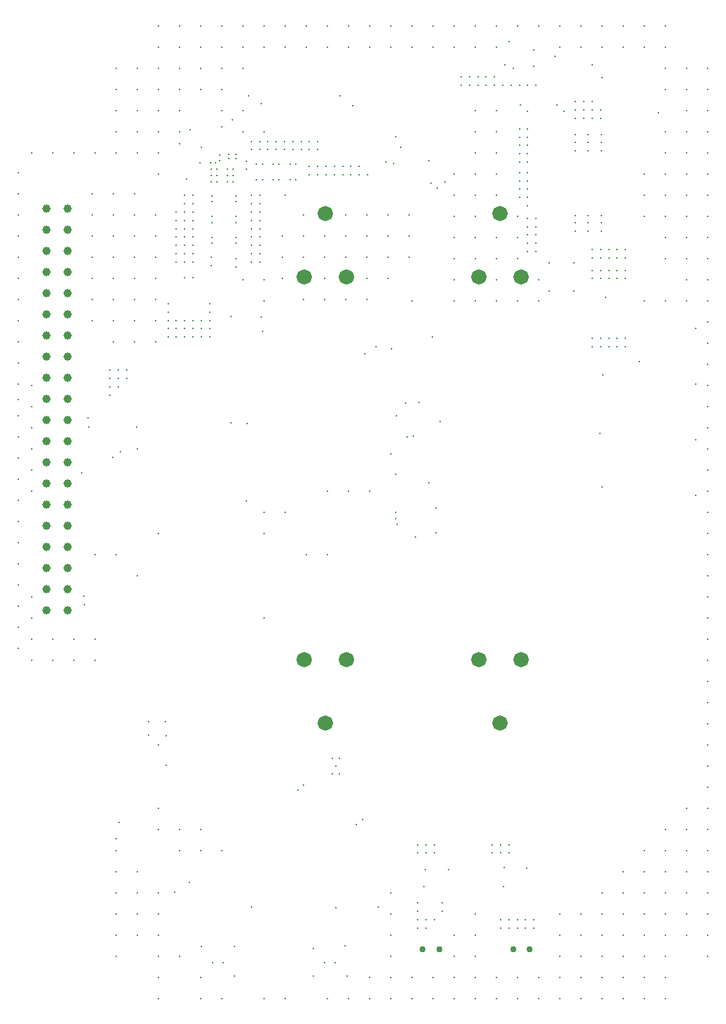
<source format=gbr>
%TF.GenerationSoftware,KiCad,Pcbnew,9.0.5*%
%TF.CreationDate,2025-11-24T08:34:28-05:00*%
%TF.ProjectId,devboard,64657662-6f61-4726-942e-6b696361645f,rev?*%
%TF.SameCoordinates,Original*%
%TF.FileFunction,Plated,1,4,PTH,Drill*%
%TF.FilePolarity,Positive*%
%FSLAX46Y46*%
G04 Gerber Fmt 4.6, Leading zero omitted, Abs format (unit mm)*
G04 Created by KiCad (PCBNEW 9.0.5) date 2025-11-24 08:34:28*
%MOMM*%
%LPD*%
G01*
G04 APERTURE LIST*
%TA.AperFunction,ViaDrill*%
%ADD10C,0.150000*%
%TD*%
%TA.AperFunction,ViaDrill*%
%ADD11C,0.200000*%
%TD*%
%TA.AperFunction,ComponentDrill*%
%ADD12C,0.200000*%
%TD*%
%TA.AperFunction,ViaDrill*%
%ADD13C,0.300000*%
%TD*%
%TA.AperFunction,ComponentDrill*%
%ADD14C,0.750000*%
%TD*%
%TA.AperFunction,ComponentDrill*%
%ADD15C,1.000000*%
%TD*%
%TA.AperFunction,ComponentDrill*%
%ADD16C,1.828800*%
%TD*%
G04 APERTURE END LIST*
D10*
X149267887Y-56775834D03*
X149267887Y-57425834D03*
X150042887Y-56125834D03*
X150042887Y-56775834D03*
X150042887Y-57425834D03*
X150717887Y-56125834D03*
X150728145Y-56834244D03*
X151117887Y-56125834D03*
X151317887Y-57375834D03*
X151992887Y-56775834D03*
X151992887Y-57425834D03*
X152667887Y-56775834D03*
X152667887Y-57425834D03*
X175717887Y-41625834D03*
X175717887Y-42910834D03*
X175717887Y-44125834D03*
X177117887Y-41625834D03*
X177117887Y-42925834D03*
X177117887Y-44125834D03*
D11*
X117267887Y-90525834D03*
X117467887Y-105375834D03*
X117592887Y-106350834D03*
X118042887Y-83975834D03*
X118061300Y-85082421D03*
X118537887Y-57005834D03*
X118537887Y-59545834D03*
X118537887Y-62085834D03*
X118537887Y-64625834D03*
X118537887Y-67165834D03*
X118537887Y-69705834D03*
X118537887Y-72245834D03*
X120617887Y-78225834D03*
X120617887Y-79225834D03*
X120617887Y-80225834D03*
X120617887Y-81225834D03*
X120967887Y-88725834D03*
X121077887Y-57005834D03*
X121077887Y-59545834D03*
X121077887Y-62085834D03*
X121077887Y-64625834D03*
X121077887Y-67165834D03*
X121077887Y-69705834D03*
X121077887Y-72245834D03*
X121077887Y-74785834D03*
X121417887Y-134475834D03*
X121617887Y-78225834D03*
X121617887Y-79225834D03*
X121617887Y-80225834D03*
X121742887Y-132575834D03*
X121867887Y-87975834D03*
X122617887Y-78225834D03*
X122617887Y-79225834D03*
X123617887Y-57005834D03*
X123617887Y-59545834D03*
X123617887Y-62085834D03*
X123617887Y-64625834D03*
X123617887Y-67165834D03*
X123617887Y-69705834D03*
X123617887Y-72245834D03*
X123617887Y-74785834D03*
X123817887Y-85050834D03*
X125317887Y-120400834D03*
X125317887Y-122075834D03*
X126157887Y-59545834D03*
X126157887Y-62085834D03*
X126157887Y-64625834D03*
X126157887Y-67165834D03*
X126157887Y-69705834D03*
X126157887Y-72245834D03*
X126157887Y-74785834D03*
X127317887Y-120400834D03*
X127367887Y-122125834D03*
X127367887Y-125725834D03*
X127617887Y-70225834D03*
X127617887Y-71225834D03*
X127617887Y-72225834D03*
X127617887Y-73225834D03*
X127617887Y-74225834D03*
X128417887Y-140925834D03*
X128617887Y-59225834D03*
X128617887Y-60225834D03*
X128617887Y-61225834D03*
X128617887Y-62225834D03*
X128617887Y-63225834D03*
X128617887Y-64225834D03*
X128617887Y-65225834D03*
X128617887Y-72225834D03*
X128617887Y-73225834D03*
X128617887Y-74225834D03*
X128992887Y-51025834D03*
X129617887Y-57225834D03*
X129617887Y-58225834D03*
X129617887Y-59225834D03*
X129617887Y-60225834D03*
X129617887Y-61225834D03*
X129617887Y-62225834D03*
X129617887Y-63225834D03*
X129617887Y-64225834D03*
X129617887Y-65225834D03*
X129617887Y-67075834D03*
X129617887Y-72225834D03*
X129617887Y-73225834D03*
X129617887Y-74225834D03*
X129842887Y-55275834D03*
X130242887Y-49325834D03*
X130617887Y-57225834D03*
X130617887Y-58225834D03*
X130617887Y-59225834D03*
X130617887Y-60225834D03*
X130617887Y-61225834D03*
X130617887Y-62225834D03*
X130617887Y-63225834D03*
X130617887Y-64225834D03*
X130617887Y-65225834D03*
X130617887Y-67075834D03*
X130617887Y-72225834D03*
X130617887Y-73225834D03*
X130617887Y-74225834D03*
X131467887Y-53275834D03*
X131617887Y-51475834D03*
X131617887Y-72225834D03*
X131617887Y-73225834D03*
X131617887Y-74225834D03*
X131617887Y-147475834D03*
X132617887Y-70225834D03*
X132617887Y-71225834D03*
X132617887Y-72225834D03*
X132617887Y-73225834D03*
X132617887Y-74225834D03*
X132717887Y-53275834D03*
X132817887Y-64675834D03*
X132825139Y-65625834D03*
X132867887Y-57275834D03*
X132867887Y-57975834D03*
X132867887Y-59775834D03*
X132867887Y-60475834D03*
X132867887Y-62275834D03*
X132867887Y-62975834D03*
X132992887Y-149375834D03*
X133317887Y-53275834D03*
X133867887Y-52375834D03*
X133867887Y-53025834D03*
X134067887Y-49025834D03*
X134242887Y-149375834D03*
X134957887Y-52305834D03*
X134957887Y-52775834D03*
X135167887Y-71775834D03*
X135217887Y-84575834D03*
X135367887Y-48100834D03*
X135617887Y-147475834D03*
X135617887Y-150975834D03*
X135792887Y-65825834D03*
X135797887Y-52285834D03*
X135797887Y-52775834D03*
X135817887Y-57275834D03*
X135817887Y-57975834D03*
X135817887Y-59775834D03*
X135817887Y-60475834D03*
X135817887Y-62275834D03*
X135817887Y-62975834D03*
X135817887Y-64775834D03*
X137017887Y-53145834D03*
X137017887Y-54105834D03*
X137067887Y-93975834D03*
X137117887Y-84625834D03*
X137292887Y-45225834D03*
X137617887Y-50725834D03*
X137617887Y-51725834D03*
X137617887Y-57225834D03*
X137617887Y-58225834D03*
X137617887Y-59225834D03*
X137617887Y-60225834D03*
X137617887Y-61225834D03*
X137617887Y-62225834D03*
X137617887Y-63225834D03*
X137617887Y-64225834D03*
X137617887Y-65225834D03*
X137679387Y-142680834D03*
X138217887Y-53475834D03*
X138267887Y-55375834D03*
X138617887Y-50725834D03*
X138617887Y-51725834D03*
X138617887Y-57225834D03*
X138617887Y-58225834D03*
X138617887Y-59225834D03*
X138617887Y-60225834D03*
X138617887Y-61225834D03*
X138617887Y-62225834D03*
X138617887Y-63225834D03*
X138617887Y-64225834D03*
X138617887Y-65225834D03*
X138817887Y-71875834D03*
X138867887Y-46225834D03*
X138967887Y-53475834D03*
X138967887Y-55375834D03*
X138967887Y-73575834D03*
X139617887Y-50725834D03*
X139617887Y-51725834D03*
X140267887Y-53475834D03*
X140267887Y-55375834D03*
X140617887Y-50725834D03*
X140617887Y-51725834D03*
X140967887Y-53475834D03*
X140967887Y-55375834D03*
X141397887Y-62085834D03*
X141397887Y-64625834D03*
X141397887Y-67165834D03*
X141617887Y-50725834D03*
X141617887Y-51725834D03*
X142267887Y-53475834D03*
X142267887Y-55375834D03*
X142617887Y-50725834D03*
X142617887Y-51725834D03*
X142967887Y-53475834D03*
X142967887Y-55375834D03*
X143267887Y-128625834D03*
X143617887Y-50725834D03*
X143617887Y-51725834D03*
X143867887Y-128025834D03*
X143937887Y-59545834D03*
X143937887Y-62085834D03*
X143937887Y-64625834D03*
X143937887Y-69705834D03*
X144617887Y-50725834D03*
X144617887Y-51725834D03*
X144617887Y-53725834D03*
X144617887Y-54725834D03*
X145117887Y-147725834D03*
X145117887Y-150975834D03*
X145617887Y-50725834D03*
X145617887Y-51725834D03*
X145617887Y-53725834D03*
X145617887Y-54725834D03*
X146439554Y-149375834D03*
X146477887Y-62085834D03*
X146477887Y-64625834D03*
X146477887Y-67165834D03*
X146477887Y-69705834D03*
X146617887Y-53725834D03*
X146617887Y-54725834D03*
X147417887Y-124875834D03*
X147417887Y-126675834D03*
X147617887Y-53725834D03*
X147617887Y-54725834D03*
X147689554Y-149375834D03*
X147817887Y-142775834D03*
X147839387Y-125770834D03*
X148217887Y-124875834D03*
X148267887Y-126675834D03*
X148292887Y-45225834D03*
X148617887Y-53725834D03*
X148617887Y-54725834D03*
X148917887Y-147375834D03*
X149017887Y-59545834D03*
X149017887Y-62085834D03*
X149017887Y-64625834D03*
X149017887Y-69705834D03*
X149117887Y-150975834D03*
X149617887Y-53725834D03*
X149617887Y-54725834D03*
X149867887Y-46475834D03*
X150267887Y-132825834D03*
X150617887Y-53725834D03*
X150617887Y-54725834D03*
X151017887Y-132175834D03*
X151267887Y-76225834D03*
X151557887Y-59545834D03*
X151557887Y-62085834D03*
X151557887Y-64625834D03*
X151557887Y-67165834D03*
X151557887Y-69705834D03*
X151617887Y-54725834D03*
X152667887Y-75375834D03*
X152919387Y-142680834D03*
X153817887Y-53175834D03*
X154097887Y-59545834D03*
X154097887Y-62085834D03*
X154097887Y-64625834D03*
X154097887Y-67165834D03*
X154417887Y-88275834D03*
X154467887Y-75675834D03*
X154729421Y-53407068D03*
X154967887Y-95325834D03*
X154967887Y-96025834D03*
X154992887Y-90754070D03*
X155003780Y-50166360D03*
X155117887Y-83675834D03*
X155158758Y-96751142D03*
X155617887Y-51425834D03*
X156167887Y-82175834D03*
X156317887Y-86225834D03*
X156637887Y-59545834D03*
X156637887Y-62085834D03*
X156637887Y-64625834D03*
X157117887Y-86175834D03*
X157367887Y-98275834D03*
X157617887Y-135225834D03*
X157617887Y-136225834D03*
X157617887Y-142225834D03*
X157617887Y-143225834D03*
X157617887Y-144225834D03*
X157617887Y-145225834D03*
X157817887Y-82125834D03*
X158417887Y-140288334D03*
X158542887Y-138225834D03*
X158617887Y-135225834D03*
X158617887Y-136225834D03*
X158617887Y-144225834D03*
X158617887Y-145225834D03*
X158967887Y-53075834D03*
X159017887Y-91725834D03*
X159217887Y-55725834D03*
X159367887Y-74175834D03*
X159617887Y-135225834D03*
X159617887Y-136225834D03*
X159617887Y-144225834D03*
X159867887Y-94825834D03*
X159867887Y-97725834D03*
X159967887Y-56375834D03*
X160317887Y-84375834D03*
X160617887Y-142225834D03*
X160617887Y-143225834D03*
X160967887Y-55625834D03*
X161367887Y-138225834D03*
X162867887Y-42975834D03*
X162867887Y-43975834D03*
X163867887Y-42975834D03*
X163867887Y-43975834D03*
X164867887Y-42975834D03*
X164867887Y-43975834D03*
X165867887Y-42975834D03*
X165867887Y-43975834D03*
X166617887Y-135225834D03*
X166617887Y-136225834D03*
X166867887Y-42975834D03*
X166867887Y-43975834D03*
X167617887Y-135225834D03*
X167617887Y-136225834D03*
X167617887Y-144225834D03*
X167617887Y-145225834D03*
X167867887Y-43975834D03*
X167917887Y-140288334D03*
X168042887Y-137975834D03*
X168117887Y-41525834D03*
X168617887Y-38750834D03*
X168617887Y-135225834D03*
X168617887Y-136225834D03*
X168617887Y-144225834D03*
X168617887Y-145225834D03*
X168867887Y-43975834D03*
X169117887Y-41925834D03*
X169617887Y-144225834D03*
X169617887Y-145225834D03*
X169867887Y-43975834D03*
X169867887Y-49225834D03*
X169867887Y-50225834D03*
X169867887Y-51225834D03*
X169867887Y-52225834D03*
X169867887Y-53225834D03*
X169867887Y-54475834D03*
X169867887Y-55475834D03*
X169867887Y-56475834D03*
X169867887Y-57475834D03*
X170017887Y-46325834D03*
X170617887Y-144225834D03*
X170617887Y-145225834D03*
X170717887Y-138025834D03*
X170817887Y-47125834D03*
X170867887Y-43975834D03*
X170867887Y-49225834D03*
X170867887Y-50225834D03*
X170867887Y-51225834D03*
X170867887Y-52225834D03*
X170867887Y-53225834D03*
X170867887Y-54475834D03*
X170867887Y-55475834D03*
X170867887Y-56475834D03*
X170867887Y-57475834D03*
X170867887Y-58475834D03*
X170867887Y-59975834D03*
X170867887Y-60975834D03*
X170867887Y-61975834D03*
X170867887Y-62975834D03*
X170867887Y-63975834D03*
X171617887Y-39775834D03*
X171617887Y-41675834D03*
X171617887Y-144225834D03*
X171617887Y-145225834D03*
X171867887Y-43975834D03*
X171867887Y-59975834D03*
X171867887Y-60975834D03*
X171867887Y-61975834D03*
X171867887Y-62975834D03*
X171867887Y-63975834D03*
X173442887Y-65350834D03*
X173442887Y-68700834D03*
X174117887Y-40475834D03*
X174417887Y-46325834D03*
X175217887Y-47125834D03*
X176392887Y-65350834D03*
X176392887Y-68700834D03*
X176617887Y-45975834D03*
X176617887Y-46975834D03*
X176617887Y-47975834D03*
X176617887Y-49925834D03*
X176617887Y-50825834D03*
X176617887Y-51825834D03*
X176617887Y-59625834D03*
X176617887Y-60525834D03*
X176617887Y-61525834D03*
X177617887Y-45975834D03*
X177617887Y-46975834D03*
X177617887Y-47975834D03*
X178117887Y-49925834D03*
X178117887Y-50825834D03*
X178117887Y-51825834D03*
X178117887Y-59625834D03*
X178117887Y-60525834D03*
X178117887Y-61525834D03*
X178615387Y-41500834D03*
X178617887Y-45975834D03*
X178617887Y-46975834D03*
X178617887Y-47975834D03*
X178617887Y-63725834D03*
X178617887Y-64725834D03*
X178617887Y-66225834D03*
X178617887Y-67225834D03*
X178617887Y-74425834D03*
X178617887Y-75425834D03*
X179567887Y-85775834D03*
X179617887Y-46975834D03*
X179617887Y-47975834D03*
X179617887Y-63725834D03*
X179617887Y-64725834D03*
X179617887Y-66225834D03*
X179617887Y-67225834D03*
X179617887Y-74425834D03*
X179617887Y-75425834D03*
X179717887Y-49925834D03*
X179717887Y-50825834D03*
X179717887Y-51825834D03*
X179717887Y-59625834D03*
X179717887Y-60525834D03*
X179717887Y-61525834D03*
X179767887Y-92275834D03*
X179820387Y-43050834D03*
X179917887Y-78775834D03*
X180267887Y-69463334D03*
X180617887Y-63725834D03*
X180617887Y-64725834D03*
X180617887Y-66225834D03*
X180617887Y-67225834D03*
X180617887Y-74425834D03*
X180617887Y-75425834D03*
X181617887Y-63725834D03*
X181617887Y-64725834D03*
X181617887Y-66225834D03*
X181617887Y-67225834D03*
X181617887Y-74425834D03*
X181617887Y-75425834D03*
X182617887Y-63725834D03*
X182617887Y-64725834D03*
X182617887Y-66225834D03*
X182617887Y-67225834D03*
X182617887Y-74425834D03*
X182617887Y-75425834D03*
X184317887Y-77175834D03*
X186617887Y-47325834D03*
X191055387Y-73225834D03*
X191055387Y-79892501D03*
X191055387Y-86559167D03*
X191055387Y-93225834D03*
D12*
%TO.C,PS1*%
X132817887Y-54050834D03*
X132817887Y-54838834D03*
X132817887Y-55625834D03*
X133467887Y-54050834D03*
X133467887Y-54838834D03*
X133467887Y-55625834D03*
X134767887Y-54050834D03*
X134767887Y-54838834D03*
X134767887Y-55625834D03*
X135417887Y-54050834D03*
X135417887Y-54838834D03*
X135417887Y-55625834D03*
%TD*%
D13*
X109647887Y-54465834D03*
X109647887Y-57005834D03*
X109647887Y-59545834D03*
X109647887Y-62085834D03*
X109647887Y-64625834D03*
X109647887Y-67165834D03*
X109647887Y-69705834D03*
X109647887Y-72245834D03*
X109647887Y-74785834D03*
X109647887Y-77325834D03*
X109647887Y-79865834D03*
X109647887Y-81770834D03*
X109647887Y-83675834D03*
X109647887Y-86215834D03*
X109647887Y-88755834D03*
X109647887Y-91295834D03*
X109647887Y-93835834D03*
X109647887Y-96375834D03*
X109647887Y-98915834D03*
X109647887Y-101455834D03*
X109647887Y-103995834D03*
X109647887Y-106535834D03*
X109647887Y-109075834D03*
X109647887Y-111615834D03*
X111237887Y-52085834D03*
X111237887Y-80025834D03*
X111237887Y-82565834D03*
X111237887Y-85105834D03*
X111237887Y-87645834D03*
X111237887Y-90185834D03*
X111237887Y-92725834D03*
X111237887Y-105425834D03*
X111237887Y-107965834D03*
X111237887Y-110505834D03*
X111237887Y-113045834D03*
X113777887Y-52085834D03*
X113777887Y-110505834D03*
X113777887Y-113045834D03*
X116317887Y-52085834D03*
X116317887Y-110505834D03*
X116317887Y-113045834D03*
X118857887Y-52085834D03*
X118857887Y-100345834D03*
X118857887Y-110505834D03*
X118857887Y-113045834D03*
X121397887Y-41925834D03*
X121397887Y-44465834D03*
X121397887Y-47005834D03*
X121397887Y-49545834D03*
X121397887Y-52085834D03*
X121397887Y-100345834D03*
X121397887Y-135905834D03*
X121397887Y-138445834D03*
X121397887Y-140985834D03*
X121397887Y-143525834D03*
X121397887Y-146065834D03*
X121397887Y-148605834D03*
X123937887Y-41925834D03*
X123937887Y-44465834D03*
X123937887Y-47005834D03*
X123937887Y-49545834D03*
X123937887Y-52085834D03*
X123937887Y-87645834D03*
X123937887Y-102885834D03*
X123937887Y-138445834D03*
X123937887Y-140985834D03*
X123937887Y-143525834D03*
X123937887Y-146065834D03*
X126477887Y-36845834D03*
X126477887Y-39385834D03*
X126477887Y-41925834D03*
X126477887Y-44465834D03*
X126477887Y-47005834D03*
X126477887Y-49545834D03*
X126477887Y-52085834D03*
X126477887Y-54625834D03*
X126477887Y-97805834D03*
X126477887Y-123205834D03*
X126477887Y-130825834D03*
X126477887Y-133365834D03*
X126477887Y-140985834D03*
X126477887Y-143525834D03*
X126477887Y-146065834D03*
X126477887Y-148605834D03*
X126477887Y-151145834D03*
X126477887Y-153685834D03*
X129017887Y-36845834D03*
X129017887Y-39385834D03*
X129017887Y-41925834D03*
X129017887Y-44465834D03*
X129017887Y-47005834D03*
X129017887Y-49545834D03*
X129017887Y-133365834D03*
X129017887Y-135905834D03*
X129017887Y-148605834D03*
X130167887Y-139775834D03*
X131557887Y-36845834D03*
X131557887Y-39385834D03*
X131557887Y-41925834D03*
X131557887Y-44465834D03*
X131557887Y-133365834D03*
X131557887Y-135905834D03*
X131557887Y-151145834D03*
X131557887Y-153685834D03*
X134097887Y-36845834D03*
X134097887Y-39385834D03*
X134097887Y-41925834D03*
X134097887Y-44465834D03*
X134097887Y-47005834D03*
X134097887Y-135905834D03*
X134097887Y-153685834D03*
X136637887Y-36845834D03*
X136637887Y-39385834D03*
X136637887Y-41925834D03*
X136637887Y-47005834D03*
X136637887Y-49545834D03*
X136637887Y-67325834D03*
X139177887Y-36845834D03*
X139177887Y-39385834D03*
X139177887Y-49545834D03*
X139177887Y-67325834D03*
X139177887Y-69865834D03*
X139177887Y-95265834D03*
X139177887Y-97805834D03*
X139177887Y-107965834D03*
X139177887Y-153685834D03*
X141717887Y-36845834D03*
X141717887Y-39385834D03*
X141717887Y-57165834D03*
X141717887Y-95265834D03*
X141717887Y-153685834D03*
X144257887Y-36845834D03*
X144257887Y-39385834D03*
X144257887Y-100345834D03*
X146797887Y-36845834D03*
X146797887Y-39385834D03*
X146797887Y-92725834D03*
X146797887Y-100345834D03*
X146797887Y-153685834D03*
X149337887Y-36845834D03*
X149337887Y-39385834D03*
X149337887Y-92725834D03*
X149337887Y-153685834D03*
X151877887Y-36845834D03*
X151877887Y-39385834D03*
X151877887Y-92725834D03*
X151877887Y-151145834D03*
X151877887Y-153685834D03*
X154417887Y-36845834D03*
X154417887Y-39385834D03*
X154417887Y-140985834D03*
X154417887Y-143525834D03*
X154417887Y-146065834D03*
X154417887Y-148605834D03*
X154417887Y-151145834D03*
X154417887Y-153685834D03*
X156957887Y-36845834D03*
X156957887Y-39385834D03*
X156957887Y-69865834D03*
X156957887Y-151145834D03*
X156957887Y-153685834D03*
X159497887Y-36845834D03*
X159497887Y-39385834D03*
X159497887Y-151145834D03*
X159497887Y-153685834D03*
X162037887Y-36845834D03*
X162037887Y-39385834D03*
X162037887Y-54625834D03*
X162037887Y-57165834D03*
X162037887Y-59705834D03*
X162037887Y-62245834D03*
X162037887Y-64785834D03*
X162037887Y-67325834D03*
X162037887Y-69865834D03*
X162037887Y-146065834D03*
X162037887Y-148605834D03*
X162037887Y-151145834D03*
X162037887Y-153685834D03*
X164577887Y-36845834D03*
X164577887Y-39385834D03*
X164577887Y-47005834D03*
X164577887Y-49545834D03*
X164577887Y-52085834D03*
X164577887Y-54625834D03*
X164577887Y-57165834D03*
X164577887Y-59705834D03*
X164577887Y-62245834D03*
X164577887Y-64785834D03*
X164577887Y-69865834D03*
X164577887Y-143525834D03*
X164577887Y-146065834D03*
X164577887Y-148605834D03*
X164577887Y-151145834D03*
X164577887Y-153685834D03*
X167117887Y-36845834D03*
X167117887Y-39385834D03*
X167117887Y-47005834D03*
X167117887Y-49545834D03*
X167117887Y-52085834D03*
X167117887Y-54625834D03*
X167117887Y-57165834D03*
X167117887Y-62245834D03*
X167117887Y-64785834D03*
X167117887Y-67325834D03*
X167117887Y-69865834D03*
X167117887Y-151145834D03*
X167117887Y-153685834D03*
X169657887Y-36845834D03*
X169657887Y-59705834D03*
X169657887Y-62245834D03*
X169657887Y-64785834D03*
X169657887Y-69865834D03*
X169657887Y-151145834D03*
X169657887Y-153685834D03*
X172197887Y-36845834D03*
X172197887Y-67325834D03*
X172197887Y-69865834D03*
X172197887Y-151145834D03*
X172197887Y-153685834D03*
X174737887Y-36845834D03*
X174737887Y-39385834D03*
X174737887Y-143525834D03*
X174737887Y-146065834D03*
X174737887Y-148605834D03*
X174737887Y-151145834D03*
X174737887Y-153685834D03*
X177277887Y-36845834D03*
X177277887Y-39385834D03*
X177277887Y-143525834D03*
X177277887Y-146065834D03*
X177277887Y-148605834D03*
X177277887Y-151145834D03*
X177277887Y-153685834D03*
X179817887Y-36845834D03*
X179817887Y-39385834D03*
X179817887Y-140985834D03*
X179817887Y-143525834D03*
X179817887Y-146065834D03*
X179817887Y-148605834D03*
X179817887Y-151145834D03*
X179817887Y-153685834D03*
X182357887Y-36845834D03*
X182357887Y-39385834D03*
X182357887Y-138445834D03*
X182357887Y-140985834D03*
X182357887Y-143525834D03*
X182357887Y-146065834D03*
X182357887Y-148605834D03*
X182357887Y-151145834D03*
X182357887Y-153685834D03*
X184897887Y-36845834D03*
X184897887Y-39385834D03*
X184897887Y-54625834D03*
X184897887Y-57165834D03*
X184897887Y-59705834D03*
X184897887Y-69865834D03*
X184897887Y-135905834D03*
X184897887Y-138445834D03*
X184897887Y-140985834D03*
X184897887Y-143525834D03*
X184897887Y-146065834D03*
X184897887Y-148605834D03*
X184897887Y-151145834D03*
X184897887Y-153685834D03*
X187437887Y-36845834D03*
X187437887Y-39385834D03*
X187437887Y-41925834D03*
X187437887Y-44465834D03*
X187437887Y-49545834D03*
X187437887Y-52085834D03*
X187437887Y-54625834D03*
X187437887Y-57165834D03*
X187437887Y-59705834D03*
X187437887Y-62245834D03*
X187437887Y-64785834D03*
X187437887Y-69865834D03*
X187437887Y-133365834D03*
X187437887Y-135905834D03*
X187437887Y-138445834D03*
X187437887Y-140985834D03*
X187437887Y-143525834D03*
X187437887Y-146065834D03*
X187437887Y-148605834D03*
X187437887Y-151145834D03*
X187437887Y-153685834D03*
X189977887Y-41925834D03*
X189977887Y-44465834D03*
X189977887Y-47005834D03*
X189977887Y-49545834D03*
X189977887Y-52085834D03*
X189977887Y-54625834D03*
X189977887Y-57165834D03*
X189977887Y-59705834D03*
X189977887Y-62245834D03*
X189977887Y-64785834D03*
X189977887Y-67325834D03*
X189977887Y-69865834D03*
X189977887Y-130825834D03*
X189977887Y-133365834D03*
X189977887Y-135905834D03*
X189977887Y-138445834D03*
X189977887Y-140985834D03*
X189977887Y-143525834D03*
X189977887Y-146065834D03*
X192517887Y-41925834D03*
X192517887Y-44465834D03*
X192517887Y-47005834D03*
X192517887Y-49545834D03*
X192517887Y-52085834D03*
X192517887Y-54625834D03*
X192517887Y-57165834D03*
X192517887Y-59705834D03*
X192517887Y-62245834D03*
X192517887Y-64785834D03*
X192517887Y-67325834D03*
X192517887Y-69865834D03*
X192517887Y-72405834D03*
X192517887Y-74945834D03*
X192517887Y-77485834D03*
X192517887Y-80025834D03*
X192517887Y-82565834D03*
X192517887Y-85105834D03*
X192517887Y-87645834D03*
X192517887Y-90185834D03*
X192517887Y-92725834D03*
X192517887Y-95265834D03*
X192517887Y-97805834D03*
X192517887Y-100345834D03*
X192517887Y-102885834D03*
X192517887Y-105425834D03*
X192517887Y-107965834D03*
X192517887Y-110505834D03*
X192517887Y-113045834D03*
X192517887Y-115585834D03*
X192517887Y-118125834D03*
X192517887Y-120665834D03*
X192517887Y-123205834D03*
X192517887Y-125745834D03*
X192517887Y-128285834D03*
X192517887Y-130825834D03*
X192517887Y-133365834D03*
X192517887Y-135905834D03*
X192517887Y-138445834D03*
X192517887Y-140985834D03*
X192517887Y-143525834D03*
X192517887Y-146065834D03*
X192517887Y-148605834D03*
D14*
%TO.C,J1*%
X158231220Y-147775834D03*
X160231220Y-147775834D03*
%TO.C,J5*%
X169117887Y-147775834D03*
X171117887Y-147775834D03*
D15*
%TO.C,J4*%
X113018000Y-58825900D03*
X113018000Y-61365900D03*
X113018000Y-63905900D03*
X113018000Y-66445900D03*
X113018000Y-68985900D03*
X113018000Y-71525900D03*
X113018000Y-74065900D03*
X113018000Y-76605900D03*
X113018000Y-79145900D03*
X113018000Y-81685900D03*
X113018000Y-84225900D03*
X113018000Y-86765900D03*
X113018000Y-89305900D03*
X113018000Y-91845900D03*
X113018000Y-94385900D03*
X113018000Y-96925900D03*
X113018000Y-99465900D03*
X113018000Y-102005900D03*
X113018000Y-104545900D03*
X113018000Y-107085900D03*
X115558000Y-58825900D03*
X115558000Y-61365900D03*
X115558000Y-63905900D03*
X115558000Y-66445900D03*
X115558000Y-68985900D03*
X115558000Y-71525900D03*
X115558000Y-74065900D03*
X115558000Y-76605900D03*
X115558000Y-79145900D03*
X115558000Y-81685900D03*
X115558000Y-84225900D03*
X115558000Y-86765900D03*
X115558000Y-89305900D03*
X115558000Y-91845900D03*
X115558000Y-94385900D03*
X115558000Y-96925900D03*
X115558000Y-99465900D03*
X115558000Y-102005900D03*
X115558000Y-104545900D03*
X115558000Y-107085900D03*
D16*
%TO.C,BT1*%
X143960000Y-67000000D03*
X143960000Y-113000000D03*
X146500000Y-59380000D03*
X146500000Y-120620000D03*
X149040000Y-67000000D03*
X149040000Y-113000000D03*
%TO.C,BT2*%
X164960000Y-67000000D03*
X164960000Y-113000000D03*
X167500000Y-59380000D03*
X167500000Y-120620000D03*
X170040000Y-67000000D03*
X170040000Y-113000000D03*
M02*

</source>
